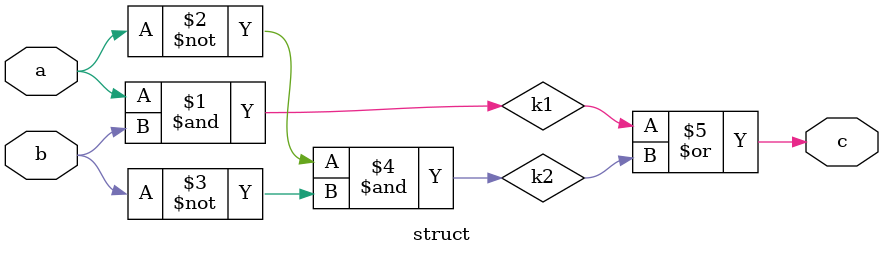
<source format=v>
module struct(a,b,c);
input a,b;
output c;
and(k1,a,b);
and(k2,~a,~b);
or(c,k1,k2);
endmodule

</source>
